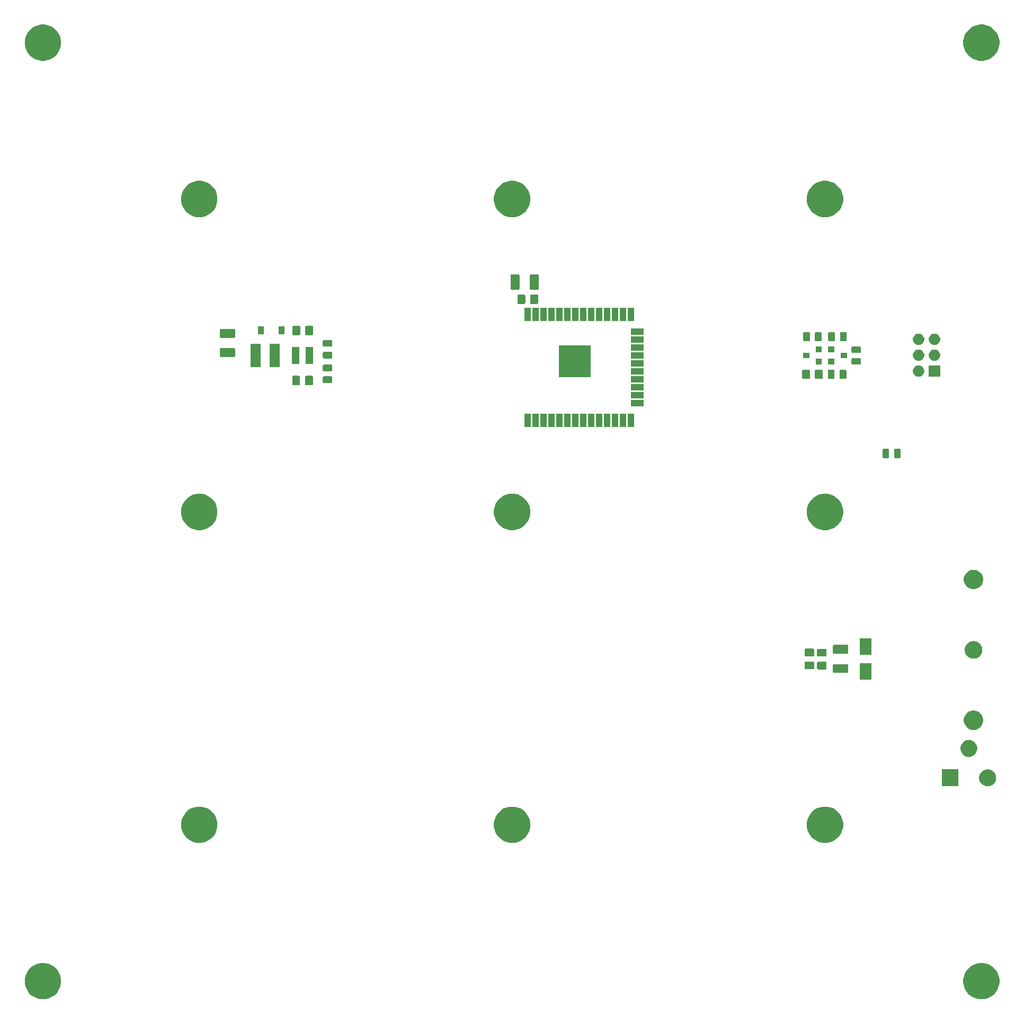
<source format=gbr>
G04 #@! TF.GenerationSoftware,KiCad,Pcbnew,5.1.5*
G04 #@! TF.CreationDate,2020-03-07T10:52:19+01:00*
G04 #@! TF.ProjectId,e-chessboard,652d6368-6573-4736-926f-6172642e6b69,0.2*
G04 #@! TF.SameCoordinates,Original*
G04 #@! TF.FileFunction,Soldermask,Bot*
G04 #@! TF.FilePolarity,Negative*
%FSLAX46Y46*%
G04 Gerber Fmt 4.6, Leading zero omitted, Abs format (unit mm)*
G04 Created by KiCad (PCBNEW 5.1.5) date 2020-03-07 10:52:19*
%MOMM*%
%LPD*%
G04 APERTURE LIST*
%ADD10C,0.100000*%
G04 APERTURE END LIST*
D10*
G36*
X210846189Y-207210483D02*
G01*
X210846192Y-207210484D01*
X210846191Y-207210484D01*
X211374139Y-207429167D01*
X211849280Y-207746646D01*
X212253354Y-208150720D01*
X212570833Y-208625861D01*
X212570834Y-208625863D01*
X212789517Y-209153811D01*
X212901000Y-209714275D01*
X212901000Y-210285725D01*
X212789517Y-210846189D01*
X212789516Y-210846191D01*
X212570833Y-211374139D01*
X212253354Y-211849280D01*
X211849280Y-212253354D01*
X211374139Y-212570833D01*
X211374138Y-212570834D01*
X211374137Y-212570834D01*
X210846189Y-212789517D01*
X210285725Y-212901000D01*
X209714275Y-212901000D01*
X209153811Y-212789517D01*
X208625863Y-212570834D01*
X208625862Y-212570834D01*
X208625861Y-212570833D01*
X208150720Y-212253354D01*
X207746646Y-211849280D01*
X207429167Y-211374139D01*
X207210484Y-210846191D01*
X207210483Y-210846189D01*
X207099000Y-210285725D01*
X207099000Y-209714275D01*
X207210483Y-209153811D01*
X207429166Y-208625863D01*
X207429167Y-208625861D01*
X207746646Y-208150720D01*
X208150720Y-207746646D01*
X208625861Y-207429167D01*
X209153809Y-207210484D01*
X209153808Y-207210484D01*
X209153811Y-207210483D01*
X209714275Y-207099000D01*
X210285725Y-207099000D01*
X210846189Y-207210483D01*
G37*
G36*
X60846189Y-207210483D02*
G01*
X60846192Y-207210484D01*
X60846191Y-207210484D01*
X61374139Y-207429167D01*
X61849280Y-207746646D01*
X62253354Y-208150720D01*
X62570833Y-208625861D01*
X62570834Y-208625863D01*
X62789517Y-209153811D01*
X62901000Y-209714275D01*
X62901000Y-210285725D01*
X62789517Y-210846189D01*
X62789516Y-210846191D01*
X62570833Y-211374139D01*
X62253354Y-211849280D01*
X61849280Y-212253354D01*
X61374139Y-212570833D01*
X61374138Y-212570834D01*
X61374137Y-212570834D01*
X60846189Y-212789517D01*
X60285725Y-212901000D01*
X59714275Y-212901000D01*
X59153811Y-212789517D01*
X58625863Y-212570834D01*
X58625862Y-212570834D01*
X58625861Y-212570833D01*
X58150720Y-212253354D01*
X57746646Y-211849280D01*
X57429167Y-211374139D01*
X57210484Y-210846191D01*
X57210483Y-210846189D01*
X57099000Y-210285725D01*
X57099000Y-209714275D01*
X57210483Y-209153811D01*
X57429166Y-208625863D01*
X57429167Y-208625861D01*
X57746646Y-208150720D01*
X58150720Y-207746646D01*
X58625861Y-207429167D01*
X59153809Y-207210484D01*
X59153808Y-207210484D01*
X59153811Y-207210483D01*
X59714275Y-207099000D01*
X60285725Y-207099000D01*
X60846189Y-207210483D01*
G37*
G36*
X185846189Y-182210483D02*
G01*
X185846192Y-182210484D01*
X185846191Y-182210484D01*
X186374139Y-182429167D01*
X186849280Y-182746646D01*
X187253354Y-183150720D01*
X187570833Y-183625861D01*
X187570834Y-183625863D01*
X187789517Y-184153811D01*
X187901000Y-184714275D01*
X187901000Y-185285725D01*
X187789517Y-185846189D01*
X187789516Y-185846191D01*
X187570833Y-186374139D01*
X187253354Y-186849280D01*
X186849280Y-187253354D01*
X186374139Y-187570833D01*
X186374138Y-187570834D01*
X186374137Y-187570834D01*
X185846189Y-187789517D01*
X185285725Y-187901000D01*
X184714275Y-187901000D01*
X184153811Y-187789517D01*
X183625863Y-187570834D01*
X183625862Y-187570834D01*
X183625861Y-187570833D01*
X183150720Y-187253354D01*
X182746646Y-186849280D01*
X182429167Y-186374139D01*
X182210484Y-185846191D01*
X182210483Y-185846189D01*
X182099000Y-185285725D01*
X182099000Y-184714275D01*
X182210483Y-184153811D01*
X182429166Y-183625863D01*
X182429167Y-183625861D01*
X182746646Y-183150720D01*
X183150720Y-182746646D01*
X183625861Y-182429167D01*
X184153809Y-182210484D01*
X184153808Y-182210484D01*
X184153811Y-182210483D01*
X184714275Y-182099000D01*
X185285725Y-182099000D01*
X185846189Y-182210483D01*
G37*
G36*
X135846189Y-182210483D02*
G01*
X135846192Y-182210484D01*
X135846191Y-182210484D01*
X136374139Y-182429167D01*
X136849280Y-182746646D01*
X137253354Y-183150720D01*
X137570833Y-183625861D01*
X137570834Y-183625863D01*
X137789517Y-184153811D01*
X137901000Y-184714275D01*
X137901000Y-185285725D01*
X137789517Y-185846189D01*
X137789516Y-185846191D01*
X137570833Y-186374139D01*
X137253354Y-186849280D01*
X136849280Y-187253354D01*
X136374139Y-187570833D01*
X136374138Y-187570834D01*
X136374137Y-187570834D01*
X135846189Y-187789517D01*
X135285725Y-187901000D01*
X134714275Y-187901000D01*
X134153811Y-187789517D01*
X133625863Y-187570834D01*
X133625862Y-187570834D01*
X133625861Y-187570833D01*
X133150720Y-187253354D01*
X132746646Y-186849280D01*
X132429167Y-186374139D01*
X132210484Y-185846191D01*
X132210483Y-185846189D01*
X132099000Y-185285725D01*
X132099000Y-184714275D01*
X132210483Y-184153811D01*
X132429166Y-183625863D01*
X132429167Y-183625861D01*
X132746646Y-183150720D01*
X133150720Y-182746646D01*
X133625861Y-182429167D01*
X134153809Y-182210484D01*
X134153808Y-182210484D01*
X134153811Y-182210483D01*
X134714275Y-182099000D01*
X135285725Y-182099000D01*
X135846189Y-182210483D01*
G37*
G36*
X85846189Y-182210483D02*
G01*
X85846192Y-182210484D01*
X85846191Y-182210484D01*
X86374139Y-182429167D01*
X86849280Y-182746646D01*
X87253354Y-183150720D01*
X87570833Y-183625861D01*
X87570834Y-183625863D01*
X87789517Y-184153811D01*
X87901000Y-184714275D01*
X87901000Y-185285725D01*
X87789517Y-185846189D01*
X87789516Y-185846191D01*
X87570833Y-186374139D01*
X87253354Y-186849280D01*
X86849280Y-187253354D01*
X86374139Y-187570833D01*
X86374138Y-187570834D01*
X86374137Y-187570834D01*
X85846189Y-187789517D01*
X85285725Y-187901000D01*
X84714275Y-187901000D01*
X84153811Y-187789517D01*
X83625863Y-187570834D01*
X83625862Y-187570834D01*
X83625861Y-187570833D01*
X83150720Y-187253354D01*
X82746646Y-186849280D01*
X82429167Y-186374139D01*
X82210484Y-185846191D01*
X82210483Y-185846189D01*
X82099000Y-185285725D01*
X82099000Y-184714275D01*
X82210483Y-184153811D01*
X82429166Y-183625863D01*
X82429167Y-183625861D01*
X82746646Y-183150720D01*
X83150720Y-182746646D01*
X83625861Y-182429167D01*
X84153809Y-182210484D01*
X84153808Y-182210484D01*
X84153811Y-182210483D01*
X84714275Y-182099000D01*
X85285725Y-182099000D01*
X85846189Y-182210483D01*
G37*
G36*
X206351000Y-178851000D02*
G01*
X203649000Y-178851000D01*
X203649000Y-176149000D01*
X206351000Y-176149000D01*
X206351000Y-178851000D01*
G37*
G36*
X211394072Y-176200918D02*
G01*
X211639939Y-176302759D01*
X211861212Y-176450610D01*
X212049390Y-176638788D01*
X212197241Y-176860061D01*
X212299082Y-177105928D01*
X212351000Y-177366938D01*
X212351000Y-177633062D01*
X212299082Y-177894072D01*
X212197241Y-178139939D01*
X212049390Y-178361212D01*
X211861212Y-178549390D01*
X211639939Y-178697241D01*
X211639938Y-178697242D01*
X211639937Y-178697242D01*
X211394072Y-178799082D01*
X211133063Y-178851000D01*
X210866937Y-178851000D01*
X210605928Y-178799082D01*
X210360063Y-178697242D01*
X210360062Y-178697242D01*
X210360061Y-178697241D01*
X210138788Y-178549390D01*
X209950610Y-178361212D01*
X209802759Y-178139939D01*
X209700918Y-177894072D01*
X209649000Y-177633062D01*
X209649000Y-177366938D01*
X209700918Y-177105928D01*
X209802759Y-176860061D01*
X209950610Y-176638788D01*
X210138788Y-176450610D01*
X210360061Y-176302759D01*
X210605928Y-176200918D01*
X210866937Y-176149000D01*
X211133063Y-176149000D01*
X211394072Y-176200918D01*
G37*
G36*
X208394072Y-171500918D02*
G01*
X208639939Y-171602759D01*
X208861212Y-171750610D01*
X209049390Y-171938788D01*
X209197241Y-172160061D01*
X209299082Y-172405928D01*
X209351000Y-172666938D01*
X209351000Y-172933062D01*
X209299082Y-173194072D01*
X209197241Y-173439939D01*
X209049390Y-173661212D01*
X208861212Y-173849390D01*
X208639939Y-173997241D01*
X208639938Y-173997242D01*
X208639937Y-173997242D01*
X208394072Y-174099082D01*
X208133063Y-174151000D01*
X207866937Y-174151000D01*
X207605928Y-174099082D01*
X207360063Y-173997242D01*
X207360062Y-173997242D01*
X207360061Y-173997241D01*
X207138788Y-173849390D01*
X206950610Y-173661212D01*
X206802759Y-173439939D01*
X206700918Y-173194072D01*
X206649000Y-172933062D01*
X206649000Y-172666938D01*
X206700918Y-172405928D01*
X206802759Y-172160061D01*
X206950610Y-171938788D01*
X207138788Y-171750610D01*
X207360061Y-171602759D01*
X207605928Y-171500918D01*
X207866937Y-171449000D01*
X208133063Y-171449000D01*
X208394072Y-171500918D01*
G37*
G36*
X209052585Y-166778802D02*
G01*
X209202410Y-166808604D01*
X209484674Y-166925521D01*
X209738705Y-167095259D01*
X209954741Y-167311295D01*
X210124479Y-167565326D01*
X210241396Y-167847590D01*
X210301000Y-168147240D01*
X210301000Y-168452760D01*
X210241396Y-168752410D01*
X210124479Y-169034674D01*
X209954741Y-169288705D01*
X209738705Y-169504741D01*
X209484674Y-169674479D01*
X209202410Y-169791396D01*
X209052585Y-169821198D01*
X208902761Y-169851000D01*
X208597239Y-169851000D01*
X208447415Y-169821198D01*
X208297590Y-169791396D01*
X208015326Y-169674479D01*
X207761295Y-169504741D01*
X207545259Y-169288705D01*
X207375521Y-169034674D01*
X207258604Y-168752410D01*
X207199000Y-168452760D01*
X207199000Y-168147240D01*
X207258604Y-167847590D01*
X207375521Y-167565326D01*
X207545259Y-167311295D01*
X207761295Y-167095259D01*
X208015326Y-166925521D01*
X208297590Y-166808604D01*
X208447415Y-166778802D01*
X208597239Y-166749000D01*
X208902761Y-166749000D01*
X209052585Y-166778802D01*
G37*
G36*
X192451000Y-161801000D02*
G01*
X190549000Y-161801000D01*
X190549000Y-159199000D01*
X192451000Y-159199000D01*
X192451000Y-161801000D01*
G37*
G36*
X188571811Y-159328271D02*
G01*
X188607603Y-159339129D01*
X188640595Y-159356763D01*
X188669508Y-159380492D01*
X188693237Y-159409405D01*
X188710871Y-159442397D01*
X188721729Y-159478189D01*
X188726000Y-159521555D01*
X188726000Y-160553445D01*
X188721729Y-160596811D01*
X188710871Y-160632603D01*
X188693237Y-160665595D01*
X188669508Y-160694508D01*
X188640595Y-160718237D01*
X188607603Y-160735871D01*
X188571811Y-160746729D01*
X188528445Y-160751000D01*
X186471555Y-160751000D01*
X186428189Y-160746729D01*
X186392397Y-160735871D01*
X186359405Y-160718237D01*
X186330492Y-160694508D01*
X186306763Y-160665595D01*
X186289129Y-160632603D01*
X186278271Y-160596811D01*
X186274000Y-160553445D01*
X186274000Y-159521555D01*
X186278271Y-159478189D01*
X186289129Y-159442397D01*
X186306763Y-159409405D01*
X186330492Y-159380492D01*
X186359405Y-159356763D01*
X186392397Y-159339129D01*
X186428189Y-159328271D01*
X186471555Y-159324000D01*
X188528445Y-159324000D01*
X188571811Y-159328271D01*
G37*
G36*
X185088674Y-158928465D02*
G01*
X185126367Y-158939899D01*
X185161103Y-158958466D01*
X185191548Y-158983452D01*
X185216534Y-159013897D01*
X185235101Y-159048633D01*
X185246535Y-159086326D01*
X185251000Y-159131661D01*
X185251000Y-159968339D01*
X185246535Y-160013674D01*
X185235101Y-160051367D01*
X185216534Y-160086103D01*
X185191548Y-160116548D01*
X185161103Y-160141534D01*
X185126367Y-160160101D01*
X185088674Y-160171535D01*
X185043339Y-160176000D01*
X183956661Y-160176000D01*
X183911326Y-160171535D01*
X183873633Y-160160101D01*
X183838897Y-160141534D01*
X183808452Y-160116548D01*
X183783466Y-160086103D01*
X183764899Y-160051367D01*
X183753465Y-160013674D01*
X183749000Y-159968339D01*
X183749000Y-159131661D01*
X183753465Y-159086326D01*
X183764899Y-159048633D01*
X183783466Y-159013897D01*
X183808452Y-158983452D01*
X183838897Y-158958466D01*
X183873633Y-158939899D01*
X183911326Y-158928465D01*
X183956661Y-158924000D01*
X185043339Y-158924000D01*
X185088674Y-158928465D01*
G37*
G36*
X183088674Y-158903465D02*
G01*
X183126367Y-158914899D01*
X183161103Y-158933466D01*
X183191548Y-158958452D01*
X183216534Y-158988897D01*
X183235101Y-159023633D01*
X183246535Y-159061326D01*
X183251000Y-159106661D01*
X183251000Y-159943339D01*
X183246535Y-159988674D01*
X183235101Y-160026367D01*
X183216534Y-160061103D01*
X183191548Y-160091548D01*
X183161103Y-160116534D01*
X183126367Y-160135101D01*
X183088674Y-160146535D01*
X183043339Y-160151000D01*
X181956661Y-160151000D01*
X181911326Y-160146535D01*
X181873633Y-160135101D01*
X181838897Y-160116534D01*
X181808452Y-160091548D01*
X181783466Y-160061103D01*
X181764899Y-160026367D01*
X181753465Y-159988674D01*
X181749000Y-159943339D01*
X181749000Y-159106661D01*
X181753465Y-159061326D01*
X181764899Y-159023633D01*
X181783466Y-158988897D01*
X181808452Y-158958452D01*
X181838897Y-158933466D01*
X181873633Y-158914899D01*
X181911326Y-158903465D01*
X181956661Y-158899000D01*
X183043339Y-158899000D01*
X183088674Y-158903465D01*
G37*
G36*
X209068433Y-155684893D02*
G01*
X209158657Y-155702839D01*
X209264267Y-155746585D01*
X209413621Y-155808449D01*
X209413622Y-155808450D01*
X209643086Y-155961772D01*
X209838228Y-156156914D01*
X209902611Y-156253271D01*
X209991551Y-156386379D01*
X210097161Y-156641344D01*
X210150295Y-156908466D01*
X210151000Y-156912014D01*
X210151000Y-157187986D01*
X210097161Y-157458657D01*
X210088964Y-157478445D01*
X209991551Y-157713621D01*
X209991550Y-157713622D01*
X209838228Y-157943086D01*
X209643086Y-158138228D01*
X209489763Y-158240675D01*
X209413621Y-158291551D01*
X209264267Y-158353415D01*
X209158657Y-158397161D01*
X209068433Y-158415107D01*
X208887988Y-158451000D01*
X208612012Y-158451000D01*
X208431567Y-158415107D01*
X208341343Y-158397161D01*
X208235733Y-158353415D01*
X208086379Y-158291551D01*
X208010237Y-158240675D01*
X207856914Y-158138228D01*
X207661772Y-157943086D01*
X207508450Y-157713622D01*
X207508449Y-157713621D01*
X207411036Y-157478445D01*
X207402839Y-157458657D01*
X207349000Y-157187986D01*
X207349000Y-156912014D01*
X207349706Y-156908466D01*
X207402839Y-156641344D01*
X207508449Y-156386379D01*
X207597389Y-156253271D01*
X207661772Y-156156914D01*
X207856914Y-155961772D01*
X208086378Y-155808450D01*
X208086379Y-155808449D01*
X208235733Y-155746585D01*
X208341343Y-155702839D01*
X208431567Y-155684893D01*
X208612012Y-155649000D01*
X208887988Y-155649000D01*
X209068433Y-155684893D01*
G37*
G36*
X185088674Y-156878465D02*
G01*
X185126367Y-156889899D01*
X185161103Y-156908466D01*
X185191548Y-156933452D01*
X185216534Y-156963897D01*
X185235101Y-156998633D01*
X185246535Y-157036326D01*
X185251000Y-157081661D01*
X185251000Y-157918339D01*
X185246535Y-157963674D01*
X185235101Y-158001367D01*
X185216534Y-158036103D01*
X185191548Y-158066548D01*
X185161103Y-158091534D01*
X185126367Y-158110101D01*
X185088674Y-158121535D01*
X185043339Y-158126000D01*
X183956661Y-158126000D01*
X183911326Y-158121535D01*
X183873633Y-158110101D01*
X183838897Y-158091534D01*
X183808452Y-158066548D01*
X183783466Y-158036103D01*
X183764899Y-158001367D01*
X183753465Y-157963674D01*
X183749000Y-157918339D01*
X183749000Y-157081661D01*
X183753465Y-157036326D01*
X183764899Y-156998633D01*
X183783466Y-156963897D01*
X183808452Y-156933452D01*
X183838897Y-156908466D01*
X183873633Y-156889899D01*
X183911326Y-156878465D01*
X183956661Y-156874000D01*
X185043339Y-156874000D01*
X185088674Y-156878465D01*
G37*
G36*
X183088674Y-156853465D02*
G01*
X183126367Y-156864899D01*
X183161103Y-156883466D01*
X183191548Y-156908452D01*
X183216534Y-156938897D01*
X183235101Y-156973633D01*
X183246535Y-157011326D01*
X183251000Y-157056661D01*
X183251000Y-157893339D01*
X183246535Y-157938674D01*
X183235101Y-157976367D01*
X183216534Y-158011103D01*
X183191548Y-158041548D01*
X183161103Y-158066534D01*
X183126367Y-158085101D01*
X183088674Y-158096535D01*
X183043339Y-158101000D01*
X181956661Y-158101000D01*
X181911326Y-158096535D01*
X181873633Y-158085101D01*
X181838897Y-158066534D01*
X181808452Y-158041548D01*
X181783466Y-158011103D01*
X181764899Y-157976367D01*
X181753465Y-157938674D01*
X181749000Y-157893339D01*
X181749000Y-157056661D01*
X181753465Y-157011326D01*
X181764899Y-156973633D01*
X181783466Y-156938897D01*
X181808452Y-156908452D01*
X181838897Y-156883466D01*
X181873633Y-156864899D01*
X181911326Y-156853465D01*
X181956661Y-156849000D01*
X183043339Y-156849000D01*
X183088674Y-156853465D01*
G37*
G36*
X192451000Y-157801000D02*
G01*
X190549000Y-157801000D01*
X190549000Y-155199000D01*
X192451000Y-155199000D01*
X192451000Y-157801000D01*
G37*
G36*
X188571811Y-156253271D02*
G01*
X188607603Y-156264129D01*
X188640595Y-156281763D01*
X188669508Y-156305492D01*
X188693237Y-156334405D01*
X188710871Y-156367397D01*
X188721729Y-156403189D01*
X188726000Y-156446555D01*
X188726000Y-157478445D01*
X188721729Y-157521811D01*
X188710871Y-157557603D01*
X188693237Y-157590595D01*
X188669508Y-157619508D01*
X188640595Y-157643237D01*
X188607603Y-157660871D01*
X188571811Y-157671729D01*
X188528445Y-157676000D01*
X186471555Y-157676000D01*
X186428189Y-157671729D01*
X186392397Y-157660871D01*
X186359405Y-157643237D01*
X186330492Y-157619508D01*
X186306763Y-157590595D01*
X186289129Y-157557603D01*
X186278271Y-157521811D01*
X186274000Y-157478445D01*
X186274000Y-156446555D01*
X186278271Y-156403189D01*
X186289129Y-156367397D01*
X186306763Y-156334405D01*
X186330492Y-156305492D01*
X186359405Y-156281763D01*
X186392397Y-156264129D01*
X186428189Y-156253271D01*
X186471555Y-156249000D01*
X188528445Y-156249000D01*
X188571811Y-156253271D01*
G37*
G36*
X209052585Y-144278802D02*
G01*
X209202410Y-144308604D01*
X209484674Y-144425521D01*
X209738705Y-144595259D01*
X209954741Y-144811295D01*
X210124479Y-145065326D01*
X210241396Y-145347590D01*
X210301000Y-145647240D01*
X210301000Y-145952760D01*
X210241396Y-146252410D01*
X210124479Y-146534674D01*
X209954741Y-146788705D01*
X209738705Y-147004741D01*
X209484674Y-147174479D01*
X209202410Y-147291396D01*
X209052585Y-147321198D01*
X208902761Y-147351000D01*
X208597239Y-147351000D01*
X208447415Y-147321198D01*
X208297590Y-147291396D01*
X208015326Y-147174479D01*
X207761295Y-147004741D01*
X207545259Y-146788705D01*
X207375521Y-146534674D01*
X207258604Y-146252410D01*
X207199000Y-145952760D01*
X207199000Y-145647240D01*
X207258604Y-145347590D01*
X207375521Y-145065326D01*
X207545259Y-144811295D01*
X207761295Y-144595259D01*
X208015326Y-144425521D01*
X208297590Y-144308604D01*
X208447415Y-144278802D01*
X208597239Y-144249000D01*
X208902761Y-144249000D01*
X209052585Y-144278802D01*
G37*
G36*
X85846189Y-132210483D02*
G01*
X85846192Y-132210484D01*
X85846191Y-132210484D01*
X86374139Y-132429167D01*
X86849280Y-132746646D01*
X87253354Y-133150720D01*
X87570833Y-133625861D01*
X87570834Y-133625863D01*
X87789517Y-134153811D01*
X87901000Y-134714275D01*
X87901000Y-135285725D01*
X87789517Y-135846189D01*
X87789516Y-135846191D01*
X87570833Y-136374139D01*
X87253354Y-136849280D01*
X86849280Y-137253354D01*
X86374139Y-137570833D01*
X86374138Y-137570834D01*
X86374137Y-137570834D01*
X85846189Y-137789517D01*
X85285725Y-137901000D01*
X84714275Y-137901000D01*
X84153811Y-137789517D01*
X83625863Y-137570834D01*
X83625862Y-137570834D01*
X83625861Y-137570833D01*
X83150720Y-137253354D01*
X82746646Y-136849280D01*
X82429167Y-136374139D01*
X82210484Y-135846191D01*
X82210483Y-135846189D01*
X82099000Y-135285725D01*
X82099000Y-134714275D01*
X82210483Y-134153811D01*
X82429166Y-133625863D01*
X82429167Y-133625861D01*
X82746646Y-133150720D01*
X83150720Y-132746646D01*
X83625861Y-132429167D01*
X84153809Y-132210484D01*
X84153808Y-132210484D01*
X84153811Y-132210483D01*
X84714275Y-132099000D01*
X85285725Y-132099000D01*
X85846189Y-132210483D01*
G37*
G36*
X135846189Y-132210483D02*
G01*
X135846192Y-132210484D01*
X135846191Y-132210484D01*
X136374139Y-132429167D01*
X136849280Y-132746646D01*
X137253354Y-133150720D01*
X137570833Y-133625861D01*
X137570834Y-133625863D01*
X137789517Y-134153811D01*
X137901000Y-134714275D01*
X137901000Y-135285725D01*
X137789517Y-135846189D01*
X137789516Y-135846191D01*
X137570833Y-136374139D01*
X137253354Y-136849280D01*
X136849280Y-137253354D01*
X136374139Y-137570833D01*
X136374138Y-137570834D01*
X136374137Y-137570834D01*
X135846189Y-137789517D01*
X135285725Y-137901000D01*
X134714275Y-137901000D01*
X134153811Y-137789517D01*
X133625863Y-137570834D01*
X133625862Y-137570834D01*
X133625861Y-137570833D01*
X133150720Y-137253354D01*
X132746646Y-136849280D01*
X132429167Y-136374139D01*
X132210484Y-135846191D01*
X132210483Y-135846189D01*
X132099000Y-135285725D01*
X132099000Y-134714275D01*
X132210483Y-134153811D01*
X132429166Y-133625863D01*
X132429167Y-133625861D01*
X132746646Y-133150720D01*
X133150720Y-132746646D01*
X133625861Y-132429167D01*
X134153809Y-132210484D01*
X134153808Y-132210484D01*
X134153811Y-132210483D01*
X134714275Y-132099000D01*
X135285725Y-132099000D01*
X135846189Y-132210483D01*
G37*
G36*
X185846189Y-132210483D02*
G01*
X185846192Y-132210484D01*
X185846191Y-132210484D01*
X186374139Y-132429167D01*
X186849280Y-132746646D01*
X187253354Y-133150720D01*
X187570833Y-133625861D01*
X187570834Y-133625863D01*
X187789517Y-134153811D01*
X187901000Y-134714275D01*
X187901000Y-135285725D01*
X187789517Y-135846189D01*
X187789516Y-135846191D01*
X187570833Y-136374139D01*
X187253354Y-136849280D01*
X186849280Y-137253354D01*
X186374139Y-137570833D01*
X186374138Y-137570834D01*
X186374137Y-137570834D01*
X185846189Y-137789517D01*
X185285725Y-137901000D01*
X184714275Y-137901000D01*
X184153811Y-137789517D01*
X183625863Y-137570834D01*
X183625862Y-137570834D01*
X183625861Y-137570833D01*
X183150720Y-137253354D01*
X182746646Y-136849280D01*
X182429167Y-136374139D01*
X182210484Y-135846191D01*
X182210483Y-135846189D01*
X182099000Y-135285725D01*
X182099000Y-134714275D01*
X182210483Y-134153811D01*
X182429166Y-133625863D01*
X182429167Y-133625861D01*
X182746646Y-133150720D01*
X183150720Y-132746646D01*
X183625861Y-132429167D01*
X184153809Y-132210484D01*
X184153808Y-132210484D01*
X184153811Y-132210483D01*
X184714275Y-132099000D01*
X185285725Y-132099000D01*
X185846189Y-132210483D01*
G37*
G36*
X196959468Y-124903565D02*
G01*
X196998138Y-124915296D01*
X197033777Y-124934346D01*
X197065017Y-124959983D01*
X197090654Y-124991223D01*
X197109704Y-125026862D01*
X197121435Y-125065532D01*
X197126000Y-125111888D01*
X197126000Y-126188112D01*
X197121435Y-126234468D01*
X197109704Y-126273138D01*
X197090654Y-126308777D01*
X197065017Y-126340017D01*
X197033777Y-126365654D01*
X196998138Y-126384704D01*
X196959468Y-126396435D01*
X196913112Y-126401000D01*
X196261888Y-126401000D01*
X196215532Y-126396435D01*
X196176862Y-126384704D01*
X196141223Y-126365654D01*
X196109983Y-126340017D01*
X196084346Y-126308777D01*
X196065296Y-126273138D01*
X196053565Y-126234468D01*
X196049000Y-126188112D01*
X196049000Y-125111888D01*
X196053565Y-125065532D01*
X196065296Y-125026862D01*
X196084346Y-124991223D01*
X196109983Y-124959983D01*
X196141223Y-124934346D01*
X196176862Y-124915296D01*
X196215532Y-124903565D01*
X196261888Y-124899000D01*
X196913112Y-124899000D01*
X196959468Y-124903565D01*
G37*
G36*
X195084468Y-124903565D02*
G01*
X195123138Y-124915296D01*
X195158777Y-124934346D01*
X195190017Y-124959983D01*
X195215654Y-124991223D01*
X195234704Y-125026862D01*
X195246435Y-125065532D01*
X195251000Y-125111888D01*
X195251000Y-126188112D01*
X195246435Y-126234468D01*
X195234704Y-126273138D01*
X195215654Y-126308777D01*
X195190017Y-126340017D01*
X195158777Y-126365654D01*
X195123138Y-126384704D01*
X195084468Y-126396435D01*
X195038112Y-126401000D01*
X194386888Y-126401000D01*
X194340532Y-126396435D01*
X194301862Y-126384704D01*
X194266223Y-126365654D01*
X194234983Y-126340017D01*
X194209346Y-126308777D01*
X194190296Y-126273138D01*
X194178565Y-126234468D01*
X194174000Y-126188112D01*
X194174000Y-125111888D01*
X194178565Y-125065532D01*
X194190296Y-125026862D01*
X194209346Y-124991223D01*
X194234983Y-124959983D01*
X194266223Y-124934346D01*
X194301862Y-124915296D01*
X194340532Y-124903565D01*
X194386888Y-124899000D01*
X195038112Y-124899000D01*
X195084468Y-124903565D01*
G37*
G36*
X148161000Y-121456000D02*
G01*
X147159000Y-121456000D01*
X147159000Y-119354000D01*
X148161000Y-119354000D01*
X148161000Y-121456000D01*
G37*
G36*
X145621000Y-121456000D02*
G01*
X144619000Y-121456000D01*
X144619000Y-119354000D01*
X145621000Y-119354000D01*
X145621000Y-121456000D01*
G37*
G36*
X144351000Y-121456000D02*
G01*
X143349000Y-121456000D01*
X143349000Y-119354000D01*
X144351000Y-119354000D01*
X144351000Y-121456000D01*
G37*
G36*
X143081000Y-121456000D02*
G01*
X142079000Y-121456000D01*
X142079000Y-119354000D01*
X143081000Y-119354000D01*
X143081000Y-121456000D01*
G37*
G36*
X151971000Y-121456000D02*
G01*
X150969000Y-121456000D01*
X150969000Y-119354000D01*
X151971000Y-119354000D01*
X151971000Y-121456000D01*
G37*
G36*
X140541000Y-121456000D02*
G01*
X139539000Y-121456000D01*
X139539000Y-119354000D01*
X140541000Y-119354000D01*
X140541000Y-121456000D01*
G37*
G36*
X139271000Y-121456000D02*
G01*
X138269000Y-121456000D01*
X138269000Y-119354000D01*
X139271000Y-119354000D01*
X139271000Y-121456000D01*
G37*
G36*
X154511000Y-121456000D02*
G01*
X153509000Y-121456000D01*
X153509000Y-119354000D01*
X154511000Y-119354000D01*
X154511000Y-121456000D01*
G37*
G36*
X153241000Y-121456000D02*
G01*
X152239000Y-121456000D01*
X152239000Y-119354000D01*
X153241000Y-119354000D01*
X153241000Y-121456000D01*
G37*
G36*
X146891000Y-121456000D02*
G01*
X145889000Y-121456000D01*
X145889000Y-119354000D01*
X146891000Y-119354000D01*
X146891000Y-121456000D01*
G37*
G36*
X150701000Y-121456000D02*
G01*
X149699000Y-121456000D01*
X149699000Y-119354000D01*
X150701000Y-119354000D01*
X150701000Y-121456000D01*
G37*
G36*
X149431000Y-121456000D02*
G01*
X148429000Y-121456000D01*
X148429000Y-119354000D01*
X149431000Y-119354000D01*
X149431000Y-121456000D01*
G37*
G36*
X141811000Y-121456000D02*
G01*
X140809000Y-121456000D01*
X140809000Y-119354000D01*
X141811000Y-119354000D01*
X141811000Y-121456000D01*
G37*
G36*
X138001000Y-121456000D02*
G01*
X136999000Y-121456000D01*
X136999000Y-119354000D01*
X138001000Y-119354000D01*
X138001000Y-121456000D01*
G37*
G36*
X156061000Y-118121000D02*
G01*
X153959000Y-118121000D01*
X153959000Y-117119000D01*
X156061000Y-117119000D01*
X156061000Y-118121000D01*
G37*
G36*
X156061000Y-116851000D02*
G01*
X153959000Y-116851000D01*
X153959000Y-115849000D01*
X156061000Y-115849000D01*
X156061000Y-116851000D01*
G37*
G36*
X156061000Y-115581000D02*
G01*
X153959000Y-115581000D01*
X153959000Y-114579000D01*
X156061000Y-114579000D01*
X156061000Y-115581000D01*
G37*
G36*
X102988674Y-113253465D02*
G01*
X103026367Y-113264899D01*
X103061103Y-113283466D01*
X103091548Y-113308452D01*
X103116534Y-113338897D01*
X103135101Y-113373633D01*
X103146535Y-113411326D01*
X103151000Y-113456661D01*
X103151000Y-114543339D01*
X103146535Y-114588674D01*
X103135101Y-114626367D01*
X103116534Y-114661103D01*
X103091548Y-114691548D01*
X103061103Y-114716534D01*
X103026367Y-114735101D01*
X102988674Y-114746535D01*
X102943339Y-114751000D01*
X102106661Y-114751000D01*
X102061326Y-114746535D01*
X102023633Y-114735101D01*
X101988897Y-114716534D01*
X101958452Y-114691548D01*
X101933466Y-114661103D01*
X101914899Y-114626367D01*
X101903465Y-114588674D01*
X101899000Y-114543339D01*
X101899000Y-113456661D01*
X101903465Y-113411326D01*
X101914899Y-113373633D01*
X101933466Y-113338897D01*
X101958452Y-113308452D01*
X101988897Y-113283466D01*
X102023633Y-113264899D01*
X102061326Y-113253465D01*
X102106661Y-113249000D01*
X102943339Y-113249000D01*
X102988674Y-113253465D01*
G37*
G36*
X100938674Y-113253465D02*
G01*
X100976367Y-113264899D01*
X101011103Y-113283466D01*
X101041548Y-113308452D01*
X101066534Y-113338897D01*
X101085101Y-113373633D01*
X101096535Y-113411326D01*
X101101000Y-113456661D01*
X101101000Y-114543339D01*
X101096535Y-114588674D01*
X101085101Y-114626367D01*
X101066534Y-114661103D01*
X101041548Y-114691548D01*
X101011103Y-114716534D01*
X100976367Y-114735101D01*
X100938674Y-114746535D01*
X100893339Y-114751000D01*
X100056661Y-114751000D01*
X100011326Y-114746535D01*
X99973633Y-114735101D01*
X99938897Y-114716534D01*
X99908452Y-114691548D01*
X99883466Y-114661103D01*
X99864899Y-114626367D01*
X99853465Y-114588674D01*
X99849000Y-114543339D01*
X99849000Y-113456661D01*
X99853465Y-113411326D01*
X99864899Y-113373633D01*
X99883466Y-113338897D01*
X99908452Y-113308452D01*
X99938897Y-113283466D01*
X99973633Y-113264899D01*
X100011326Y-113253465D01*
X100056661Y-113249000D01*
X100893339Y-113249000D01*
X100938674Y-113253465D01*
G37*
G36*
X106084468Y-113341065D02*
G01*
X106123138Y-113352796D01*
X106158777Y-113371846D01*
X106190017Y-113397483D01*
X106215654Y-113428723D01*
X106234704Y-113464362D01*
X106246435Y-113503032D01*
X106251000Y-113549388D01*
X106251000Y-114200612D01*
X106246435Y-114246968D01*
X106234704Y-114285638D01*
X106215654Y-114321277D01*
X106190017Y-114352517D01*
X106158777Y-114378154D01*
X106123138Y-114397204D01*
X106084468Y-114408935D01*
X106038112Y-114413500D01*
X104961888Y-114413500D01*
X104915532Y-114408935D01*
X104876862Y-114397204D01*
X104841223Y-114378154D01*
X104809983Y-114352517D01*
X104784346Y-114321277D01*
X104765296Y-114285638D01*
X104753565Y-114246968D01*
X104749000Y-114200612D01*
X104749000Y-113549388D01*
X104753565Y-113503032D01*
X104765296Y-113464362D01*
X104784346Y-113428723D01*
X104809983Y-113397483D01*
X104841223Y-113371846D01*
X104876862Y-113352796D01*
X104915532Y-113341065D01*
X104961888Y-113336500D01*
X106038112Y-113336500D01*
X106084468Y-113341065D01*
G37*
G36*
X156061000Y-114311000D02*
G01*
X153959000Y-114311000D01*
X153959000Y-113309000D01*
X156061000Y-113309000D01*
X156061000Y-114311000D01*
G37*
G36*
X186371968Y-112253565D02*
G01*
X186410638Y-112265296D01*
X186446277Y-112284346D01*
X186477517Y-112309983D01*
X186503154Y-112341223D01*
X186522204Y-112376862D01*
X186533935Y-112415532D01*
X186538500Y-112461888D01*
X186538500Y-113538112D01*
X186533935Y-113584468D01*
X186522204Y-113623138D01*
X186503154Y-113658777D01*
X186477517Y-113690017D01*
X186446277Y-113715654D01*
X186410638Y-113734704D01*
X186371968Y-113746435D01*
X186325612Y-113751000D01*
X185674388Y-113751000D01*
X185628032Y-113746435D01*
X185589362Y-113734704D01*
X185553723Y-113715654D01*
X185522483Y-113690017D01*
X185496846Y-113658777D01*
X185477796Y-113623138D01*
X185466065Y-113584468D01*
X185461500Y-113538112D01*
X185461500Y-112461888D01*
X185466065Y-112415532D01*
X185477796Y-112376862D01*
X185496846Y-112341223D01*
X185522483Y-112309983D01*
X185553723Y-112284346D01*
X185589362Y-112265296D01*
X185628032Y-112253565D01*
X185674388Y-112249000D01*
X186325612Y-112249000D01*
X186371968Y-112253565D01*
G37*
G36*
X184488674Y-112253465D02*
G01*
X184526367Y-112264899D01*
X184561103Y-112283466D01*
X184591548Y-112308452D01*
X184616534Y-112338897D01*
X184635101Y-112373633D01*
X184646535Y-112411326D01*
X184651000Y-112456661D01*
X184651000Y-113543339D01*
X184646535Y-113588674D01*
X184635101Y-113626367D01*
X184616534Y-113661103D01*
X184591548Y-113691548D01*
X184561103Y-113716534D01*
X184526367Y-113735101D01*
X184488674Y-113746535D01*
X184443339Y-113751000D01*
X183606661Y-113751000D01*
X183561326Y-113746535D01*
X183523633Y-113735101D01*
X183488897Y-113716534D01*
X183458452Y-113691548D01*
X183433466Y-113661103D01*
X183414899Y-113626367D01*
X183403465Y-113588674D01*
X183399000Y-113543339D01*
X183399000Y-112456661D01*
X183403465Y-112411326D01*
X183414899Y-112373633D01*
X183433466Y-112338897D01*
X183458452Y-112308452D01*
X183488897Y-112283466D01*
X183523633Y-112264899D01*
X183561326Y-112253465D01*
X183606661Y-112249000D01*
X184443339Y-112249000D01*
X184488674Y-112253465D01*
G37*
G36*
X188246968Y-112253565D02*
G01*
X188285638Y-112265296D01*
X188321277Y-112284346D01*
X188352517Y-112309983D01*
X188378154Y-112341223D01*
X188397204Y-112376862D01*
X188408935Y-112415532D01*
X188413500Y-112461888D01*
X188413500Y-113538112D01*
X188408935Y-113584468D01*
X188397204Y-113623138D01*
X188378154Y-113658777D01*
X188352517Y-113690017D01*
X188321277Y-113715654D01*
X188285638Y-113734704D01*
X188246968Y-113746435D01*
X188200612Y-113751000D01*
X187549388Y-113751000D01*
X187503032Y-113746435D01*
X187464362Y-113734704D01*
X187428723Y-113715654D01*
X187397483Y-113690017D01*
X187371846Y-113658777D01*
X187352796Y-113623138D01*
X187341065Y-113584468D01*
X187336500Y-113538112D01*
X187336500Y-112461888D01*
X187341065Y-112415532D01*
X187352796Y-112376862D01*
X187371846Y-112341223D01*
X187397483Y-112309983D01*
X187428723Y-112284346D01*
X187464362Y-112265296D01*
X187503032Y-112253565D01*
X187549388Y-112249000D01*
X188200612Y-112249000D01*
X188246968Y-112253565D01*
G37*
G36*
X182438674Y-112253465D02*
G01*
X182476367Y-112264899D01*
X182511103Y-112283466D01*
X182541548Y-112308452D01*
X182566534Y-112338897D01*
X182585101Y-112373633D01*
X182596535Y-112411326D01*
X182601000Y-112456661D01*
X182601000Y-113543339D01*
X182596535Y-113588674D01*
X182585101Y-113626367D01*
X182566534Y-113661103D01*
X182541548Y-113691548D01*
X182511103Y-113716534D01*
X182476367Y-113735101D01*
X182438674Y-113746535D01*
X182393339Y-113751000D01*
X181556661Y-113751000D01*
X181511326Y-113746535D01*
X181473633Y-113735101D01*
X181438897Y-113716534D01*
X181408452Y-113691548D01*
X181383466Y-113661103D01*
X181364899Y-113626367D01*
X181353465Y-113588674D01*
X181349000Y-113543339D01*
X181349000Y-112456661D01*
X181353465Y-112411326D01*
X181364899Y-112373633D01*
X181383466Y-112338897D01*
X181408452Y-112308452D01*
X181438897Y-112283466D01*
X181473633Y-112264899D01*
X181511326Y-112253465D01*
X181556661Y-112249000D01*
X182393339Y-112249000D01*
X182438674Y-112253465D01*
G37*
G36*
X147551000Y-113456000D02*
G01*
X142449000Y-113456000D01*
X142449000Y-108354000D01*
X147551000Y-108354000D01*
X147551000Y-113456000D01*
G37*
G36*
X200073512Y-111603927D02*
G01*
X200222812Y-111633624D01*
X200386784Y-111701544D01*
X200534354Y-111800147D01*
X200659853Y-111925646D01*
X200758456Y-112073216D01*
X200826376Y-112237188D01*
X200847069Y-112341223D01*
X200860877Y-112410638D01*
X200861000Y-112411259D01*
X200861000Y-112588741D01*
X200826376Y-112762812D01*
X200758456Y-112926784D01*
X200659853Y-113074354D01*
X200534354Y-113199853D01*
X200386784Y-113298456D01*
X200222812Y-113366376D01*
X200073512Y-113396073D01*
X200048742Y-113401000D01*
X199871258Y-113401000D01*
X199846488Y-113396073D01*
X199697188Y-113366376D01*
X199533216Y-113298456D01*
X199385646Y-113199853D01*
X199260147Y-113074354D01*
X199161544Y-112926784D01*
X199093624Y-112762812D01*
X199059000Y-112588741D01*
X199059000Y-112411259D01*
X199059124Y-112410638D01*
X199072931Y-112341223D01*
X199093624Y-112237188D01*
X199161544Y-112073216D01*
X199260147Y-111925646D01*
X199385646Y-111800147D01*
X199533216Y-111701544D01*
X199697188Y-111633624D01*
X199846488Y-111603927D01*
X199871258Y-111599000D01*
X200048742Y-111599000D01*
X200073512Y-111603927D01*
G37*
G36*
X203401000Y-113401000D02*
G01*
X201599000Y-113401000D01*
X201599000Y-111599000D01*
X203401000Y-111599000D01*
X203401000Y-113401000D01*
G37*
G36*
X156061000Y-113041000D02*
G01*
X153959000Y-113041000D01*
X153959000Y-112039000D01*
X156061000Y-112039000D01*
X156061000Y-113041000D01*
G37*
G36*
X106084468Y-111466065D02*
G01*
X106123138Y-111477796D01*
X106158777Y-111496846D01*
X106190017Y-111522483D01*
X106215654Y-111553723D01*
X106234704Y-111589362D01*
X106246435Y-111628032D01*
X106251000Y-111674388D01*
X106251000Y-112325612D01*
X106246435Y-112371968D01*
X106234704Y-112410638D01*
X106215654Y-112446277D01*
X106190017Y-112477517D01*
X106158777Y-112503154D01*
X106123138Y-112522204D01*
X106084468Y-112533935D01*
X106038112Y-112538500D01*
X104961888Y-112538500D01*
X104915532Y-112533935D01*
X104876862Y-112522204D01*
X104841223Y-112503154D01*
X104809983Y-112477517D01*
X104784346Y-112446277D01*
X104765296Y-112410638D01*
X104753565Y-112371968D01*
X104749000Y-112325612D01*
X104749000Y-111674388D01*
X104753565Y-111628032D01*
X104765296Y-111589362D01*
X104784346Y-111553723D01*
X104809983Y-111522483D01*
X104841223Y-111496846D01*
X104876862Y-111477796D01*
X104915532Y-111466065D01*
X104961888Y-111461500D01*
X106038112Y-111461500D01*
X106084468Y-111466065D01*
G37*
G36*
X97826000Y-111851000D02*
G01*
X96224000Y-111851000D01*
X96224000Y-108149000D01*
X97826000Y-108149000D01*
X97826000Y-111851000D01*
G37*
G36*
X94776000Y-111851000D02*
G01*
X93174000Y-111851000D01*
X93174000Y-108149000D01*
X94776000Y-108149000D01*
X94776000Y-111851000D01*
G37*
G36*
X156061000Y-111771000D02*
G01*
X153959000Y-111771000D01*
X153959000Y-110769000D01*
X156061000Y-110769000D01*
X156061000Y-111771000D01*
G37*
G36*
X190584468Y-110403565D02*
G01*
X190623138Y-110415296D01*
X190658777Y-110434346D01*
X190690017Y-110459983D01*
X190715654Y-110491223D01*
X190734704Y-110526862D01*
X190746435Y-110565532D01*
X190751000Y-110611888D01*
X190751000Y-111263112D01*
X190746435Y-111309468D01*
X190734704Y-111348138D01*
X190715654Y-111383777D01*
X190690017Y-111415017D01*
X190658777Y-111440654D01*
X190623138Y-111459704D01*
X190584468Y-111471435D01*
X190538112Y-111476000D01*
X189461888Y-111476000D01*
X189415532Y-111471435D01*
X189376862Y-111459704D01*
X189341223Y-111440654D01*
X189309983Y-111415017D01*
X189284346Y-111383777D01*
X189265296Y-111348138D01*
X189253565Y-111309468D01*
X189249000Y-111263112D01*
X189249000Y-110611888D01*
X189253565Y-110565532D01*
X189265296Y-110526862D01*
X189284346Y-110491223D01*
X189309983Y-110459983D01*
X189341223Y-110434346D01*
X189376862Y-110415296D01*
X189415532Y-110403565D01*
X189461888Y-110399000D01*
X190538112Y-110399000D01*
X190584468Y-110403565D01*
G37*
G36*
X184501000Y-111401000D02*
G01*
X183499000Y-111401000D01*
X183499000Y-110499000D01*
X184501000Y-110499000D01*
X184501000Y-111401000D01*
G37*
G36*
X186501000Y-111401000D02*
G01*
X185499000Y-111401000D01*
X185499000Y-110499000D01*
X186501000Y-110499000D01*
X186501000Y-111401000D01*
G37*
G36*
X100981000Y-111326000D02*
G01*
X99819000Y-111326000D01*
X99819000Y-108674000D01*
X100981000Y-108674000D01*
X100981000Y-111326000D01*
G37*
G36*
X103181000Y-111326000D02*
G01*
X102019000Y-111326000D01*
X102019000Y-108674000D01*
X103181000Y-108674000D01*
X103181000Y-111326000D01*
G37*
G36*
X200073512Y-109063927D02*
G01*
X200222812Y-109093624D01*
X200386784Y-109161544D01*
X200534354Y-109260147D01*
X200659853Y-109385646D01*
X200758456Y-109533216D01*
X200826376Y-109697188D01*
X200856073Y-109846488D01*
X200861000Y-109871258D01*
X200861000Y-110048742D01*
X200856073Y-110073512D01*
X200826376Y-110222812D01*
X200758456Y-110386784D01*
X200659853Y-110534354D01*
X200534354Y-110659853D01*
X200386784Y-110758456D01*
X200222812Y-110826376D01*
X200073512Y-110856073D01*
X200048742Y-110861000D01*
X199871258Y-110861000D01*
X199846488Y-110856073D01*
X199697188Y-110826376D01*
X199533216Y-110758456D01*
X199385646Y-110659853D01*
X199260147Y-110534354D01*
X199161544Y-110386784D01*
X199093624Y-110222812D01*
X199063927Y-110073512D01*
X199059000Y-110048742D01*
X199059000Y-109871258D01*
X199063927Y-109846488D01*
X199093624Y-109697188D01*
X199161544Y-109533216D01*
X199260147Y-109385646D01*
X199385646Y-109260147D01*
X199533216Y-109161544D01*
X199697188Y-109093624D01*
X199846488Y-109063927D01*
X199871258Y-109059000D01*
X200048742Y-109059000D01*
X200073512Y-109063927D01*
G37*
G36*
X202613512Y-109063927D02*
G01*
X202762812Y-109093624D01*
X202926784Y-109161544D01*
X203074354Y-109260147D01*
X203199853Y-109385646D01*
X203298456Y-109533216D01*
X203366376Y-109697188D01*
X203396073Y-109846488D01*
X203401000Y-109871258D01*
X203401000Y-110048742D01*
X203396073Y-110073512D01*
X203366376Y-110222812D01*
X203298456Y-110386784D01*
X203199853Y-110534354D01*
X203074354Y-110659853D01*
X202926784Y-110758456D01*
X202762812Y-110826376D01*
X202613512Y-110856073D01*
X202588742Y-110861000D01*
X202411258Y-110861000D01*
X202386488Y-110856073D01*
X202237188Y-110826376D01*
X202073216Y-110758456D01*
X201925646Y-110659853D01*
X201800147Y-110534354D01*
X201701544Y-110386784D01*
X201633624Y-110222812D01*
X201603927Y-110073512D01*
X201599000Y-110048742D01*
X201599000Y-109871258D01*
X201603927Y-109846488D01*
X201633624Y-109697188D01*
X201701544Y-109533216D01*
X201800147Y-109385646D01*
X201925646Y-109260147D01*
X202073216Y-109161544D01*
X202237188Y-109093624D01*
X202386488Y-109063927D01*
X202411258Y-109059000D01*
X202588742Y-109059000D01*
X202613512Y-109063927D01*
G37*
G36*
X156061000Y-110501000D02*
G01*
X153959000Y-110501000D01*
X153959000Y-109499000D01*
X156061000Y-109499000D01*
X156061000Y-110501000D01*
G37*
G36*
X106084468Y-109403565D02*
G01*
X106123138Y-109415296D01*
X106158777Y-109434346D01*
X106190017Y-109459983D01*
X106215654Y-109491223D01*
X106234704Y-109526862D01*
X106246435Y-109565532D01*
X106251000Y-109611888D01*
X106251000Y-110263112D01*
X106246435Y-110309468D01*
X106234704Y-110348138D01*
X106215654Y-110383777D01*
X106190017Y-110415017D01*
X106158777Y-110440654D01*
X106123138Y-110459704D01*
X106084468Y-110471435D01*
X106038112Y-110476000D01*
X104961888Y-110476000D01*
X104915532Y-110471435D01*
X104876862Y-110459704D01*
X104841223Y-110440654D01*
X104809983Y-110415017D01*
X104784346Y-110383777D01*
X104765296Y-110348138D01*
X104753565Y-110309468D01*
X104749000Y-110263112D01*
X104749000Y-109611888D01*
X104753565Y-109565532D01*
X104765296Y-109526862D01*
X104784346Y-109491223D01*
X104809983Y-109459983D01*
X104841223Y-109434346D01*
X104876862Y-109415296D01*
X104915532Y-109403565D01*
X104961888Y-109399000D01*
X106038112Y-109399000D01*
X106084468Y-109403565D01*
G37*
G36*
X182501000Y-110451000D02*
G01*
X181499000Y-110451000D01*
X181499000Y-109549000D01*
X182501000Y-109549000D01*
X182501000Y-110451000D01*
G37*
G36*
X188501000Y-110451000D02*
G01*
X187499000Y-110451000D01*
X187499000Y-109549000D01*
X188501000Y-109549000D01*
X188501000Y-110451000D01*
G37*
G36*
X90571811Y-108828271D02*
G01*
X90607603Y-108839129D01*
X90640595Y-108856763D01*
X90669508Y-108880492D01*
X90693237Y-108909405D01*
X90710871Y-108942397D01*
X90721729Y-108978189D01*
X90726000Y-109021555D01*
X90726000Y-110053445D01*
X90721729Y-110096811D01*
X90710871Y-110132603D01*
X90693237Y-110165595D01*
X90669508Y-110194508D01*
X90640595Y-110218237D01*
X90607603Y-110235871D01*
X90571811Y-110246729D01*
X90528445Y-110251000D01*
X88471555Y-110251000D01*
X88428189Y-110246729D01*
X88392397Y-110235871D01*
X88359405Y-110218237D01*
X88330492Y-110194508D01*
X88306763Y-110165595D01*
X88289129Y-110132603D01*
X88278271Y-110096811D01*
X88274000Y-110053445D01*
X88274000Y-109021555D01*
X88278271Y-108978189D01*
X88289129Y-108942397D01*
X88306763Y-108909405D01*
X88330492Y-108880492D01*
X88359405Y-108856763D01*
X88392397Y-108839129D01*
X88428189Y-108828271D01*
X88471555Y-108824000D01*
X90528445Y-108824000D01*
X90571811Y-108828271D01*
G37*
G36*
X190584468Y-108528565D02*
G01*
X190623138Y-108540296D01*
X190658777Y-108559346D01*
X190690017Y-108584983D01*
X190715654Y-108616223D01*
X190734704Y-108651862D01*
X190746435Y-108690532D01*
X190751000Y-108736888D01*
X190751000Y-109388112D01*
X190746435Y-109434468D01*
X190734704Y-109473138D01*
X190715654Y-109508777D01*
X190690017Y-109540017D01*
X190658777Y-109565654D01*
X190623138Y-109584704D01*
X190584468Y-109596435D01*
X190538112Y-109601000D01*
X189461888Y-109601000D01*
X189415532Y-109596435D01*
X189376862Y-109584704D01*
X189341223Y-109565654D01*
X189309983Y-109540017D01*
X189284346Y-109508777D01*
X189265296Y-109473138D01*
X189253565Y-109434468D01*
X189249000Y-109388112D01*
X189249000Y-108736888D01*
X189253565Y-108690532D01*
X189265296Y-108651862D01*
X189284346Y-108616223D01*
X189309983Y-108584983D01*
X189341223Y-108559346D01*
X189376862Y-108540296D01*
X189415532Y-108528565D01*
X189461888Y-108524000D01*
X190538112Y-108524000D01*
X190584468Y-108528565D01*
G37*
G36*
X186501000Y-109501000D02*
G01*
X185499000Y-109501000D01*
X185499000Y-108599000D01*
X186501000Y-108599000D01*
X186501000Y-109501000D01*
G37*
G36*
X184501000Y-109501000D02*
G01*
X183499000Y-109501000D01*
X183499000Y-108599000D01*
X184501000Y-108599000D01*
X184501000Y-109501000D01*
G37*
G36*
X156061000Y-109231000D02*
G01*
X153959000Y-109231000D01*
X153959000Y-108229000D01*
X156061000Y-108229000D01*
X156061000Y-109231000D01*
G37*
G36*
X106084468Y-107528565D02*
G01*
X106123138Y-107540296D01*
X106158777Y-107559346D01*
X106190017Y-107584983D01*
X106215654Y-107616223D01*
X106234704Y-107651862D01*
X106246435Y-107690532D01*
X106251000Y-107736888D01*
X106251000Y-108388112D01*
X106246435Y-108434468D01*
X106234704Y-108473138D01*
X106215654Y-108508777D01*
X106190017Y-108540017D01*
X106158777Y-108565654D01*
X106123138Y-108584704D01*
X106084468Y-108596435D01*
X106038112Y-108601000D01*
X104961888Y-108601000D01*
X104915532Y-108596435D01*
X104876862Y-108584704D01*
X104841223Y-108565654D01*
X104809983Y-108540017D01*
X104784346Y-108508777D01*
X104765296Y-108473138D01*
X104753565Y-108434468D01*
X104749000Y-108388112D01*
X104749000Y-107736888D01*
X104753565Y-107690532D01*
X104765296Y-107651862D01*
X104784346Y-107616223D01*
X104809983Y-107584983D01*
X104841223Y-107559346D01*
X104876862Y-107540296D01*
X104915532Y-107528565D01*
X104961888Y-107524000D01*
X106038112Y-107524000D01*
X106084468Y-107528565D01*
G37*
G36*
X200073512Y-106523927D02*
G01*
X200222812Y-106553624D01*
X200386784Y-106621544D01*
X200534354Y-106720147D01*
X200659853Y-106845646D01*
X200758456Y-106993216D01*
X200826376Y-107157188D01*
X200861000Y-107331259D01*
X200861000Y-107508741D01*
X200826376Y-107682812D01*
X200758456Y-107846784D01*
X200659853Y-107994354D01*
X200534354Y-108119853D01*
X200386784Y-108218456D01*
X200222812Y-108286376D01*
X200073512Y-108316073D01*
X200048742Y-108321000D01*
X199871258Y-108321000D01*
X199846488Y-108316073D01*
X199697188Y-108286376D01*
X199533216Y-108218456D01*
X199385646Y-108119853D01*
X199260147Y-107994354D01*
X199161544Y-107846784D01*
X199093624Y-107682812D01*
X199059000Y-107508741D01*
X199059000Y-107331259D01*
X199093624Y-107157188D01*
X199161544Y-106993216D01*
X199260147Y-106845646D01*
X199385646Y-106720147D01*
X199533216Y-106621544D01*
X199697188Y-106553624D01*
X199846488Y-106523927D01*
X199871258Y-106519000D01*
X200048742Y-106519000D01*
X200073512Y-106523927D01*
G37*
G36*
X202613512Y-106523927D02*
G01*
X202762812Y-106553624D01*
X202926784Y-106621544D01*
X203074354Y-106720147D01*
X203199853Y-106845646D01*
X203298456Y-106993216D01*
X203366376Y-107157188D01*
X203401000Y-107331259D01*
X203401000Y-107508741D01*
X203366376Y-107682812D01*
X203298456Y-107846784D01*
X203199853Y-107994354D01*
X203074354Y-108119853D01*
X202926784Y-108218456D01*
X202762812Y-108286376D01*
X202613512Y-108316073D01*
X202588742Y-108321000D01*
X202411258Y-108321000D01*
X202386488Y-108316073D01*
X202237188Y-108286376D01*
X202073216Y-108218456D01*
X201925646Y-108119853D01*
X201800147Y-107994354D01*
X201701544Y-107846784D01*
X201633624Y-107682812D01*
X201599000Y-107508741D01*
X201599000Y-107331259D01*
X201633624Y-107157188D01*
X201701544Y-106993216D01*
X201800147Y-106845646D01*
X201925646Y-106720147D01*
X202073216Y-106621544D01*
X202237188Y-106553624D01*
X202386488Y-106523927D01*
X202411258Y-106519000D01*
X202588742Y-106519000D01*
X202613512Y-106523927D01*
G37*
G36*
X156061000Y-107961000D02*
G01*
X153959000Y-107961000D01*
X153959000Y-106959000D01*
X156061000Y-106959000D01*
X156061000Y-107961000D01*
G37*
G36*
X182434468Y-106253565D02*
G01*
X182473138Y-106265296D01*
X182508777Y-106284346D01*
X182540017Y-106309983D01*
X182565654Y-106341223D01*
X182584704Y-106376862D01*
X182596435Y-106415532D01*
X182601000Y-106461888D01*
X182601000Y-107538112D01*
X182596435Y-107584468D01*
X182584704Y-107623138D01*
X182565654Y-107658777D01*
X182540017Y-107690017D01*
X182508777Y-107715654D01*
X182473138Y-107734704D01*
X182434468Y-107746435D01*
X182388112Y-107751000D01*
X181736888Y-107751000D01*
X181690532Y-107746435D01*
X181651862Y-107734704D01*
X181616223Y-107715654D01*
X181584983Y-107690017D01*
X181559346Y-107658777D01*
X181540296Y-107623138D01*
X181528565Y-107584468D01*
X181524000Y-107538112D01*
X181524000Y-106461888D01*
X181528565Y-106415532D01*
X181540296Y-106376862D01*
X181559346Y-106341223D01*
X181584983Y-106309983D01*
X181616223Y-106284346D01*
X181651862Y-106265296D01*
X181690532Y-106253565D01*
X181736888Y-106249000D01*
X182388112Y-106249000D01*
X182434468Y-106253565D01*
G37*
G36*
X184309468Y-106253565D02*
G01*
X184348138Y-106265296D01*
X184383777Y-106284346D01*
X184415017Y-106309983D01*
X184440654Y-106341223D01*
X184459704Y-106376862D01*
X184471435Y-106415532D01*
X184476000Y-106461888D01*
X184476000Y-107538112D01*
X184471435Y-107584468D01*
X184459704Y-107623138D01*
X184440654Y-107658777D01*
X184415017Y-107690017D01*
X184383777Y-107715654D01*
X184348138Y-107734704D01*
X184309468Y-107746435D01*
X184263112Y-107751000D01*
X183611888Y-107751000D01*
X183565532Y-107746435D01*
X183526862Y-107734704D01*
X183491223Y-107715654D01*
X183459983Y-107690017D01*
X183434346Y-107658777D01*
X183415296Y-107623138D01*
X183403565Y-107584468D01*
X183399000Y-107538112D01*
X183399000Y-106461888D01*
X183403565Y-106415532D01*
X183415296Y-106376862D01*
X183434346Y-106341223D01*
X183459983Y-106309983D01*
X183491223Y-106284346D01*
X183526862Y-106265296D01*
X183565532Y-106253565D01*
X183611888Y-106249000D01*
X184263112Y-106249000D01*
X184309468Y-106253565D01*
G37*
G36*
X186434468Y-106253565D02*
G01*
X186473138Y-106265296D01*
X186508777Y-106284346D01*
X186540017Y-106309983D01*
X186565654Y-106341223D01*
X186584704Y-106376862D01*
X186596435Y-106415532D01*
X186601000Y-106461888D01*
X186601000Y-107538112D01*
X186596435Y-107584468D01*
X186584704Y-107623138D01*
X186565654Y-107658777D01*
X186540017Y-107690017D01*
X186508777Y-107715654D01*
X186473138Y-107734704D01*
X186434468Y-107746435D01*
X186388112Y-107751000D01*
X185736888Y-107751000D01*
X185690532Y-107746435D01*
X185651862Y-107734704D01*
X185616223Y-107715654D01*
X185584983Y-107690017D01*
X185559346Y-107658777D01*
X185540296Y-107623138D01*
X185528565Y-107584468D01*
X185524000Y-107538112D01*
X185524000Y-106461888D01*
X185528565Y-106415532D01*
X185540296Y-106376862D01*
X185559346Y-106341223D01*
X185584983Y-106309983D01*
X185616223Y-106284346D01*
X185651862Y-106265296D01*
X185690532Y-106253565D01*
X185736888Y-106249000D01*
X186388112Y-106249000D01*
X186434468Y-106253565D01*
G37*
G36*
X188309468Y-106253565D02*
G01*
X188348138Y-106265296D01*
X188383777Y-106284346D01*
X188415017Y-106309983D01*
X188440654Y-106341223D01*
X188459704Y-106376862D01*
X188471435Y-106415532D01*
X188476000Y-106461888D01*
X188476000Y-107538112D01*
X188471435Y-107584468D01*
X188459704Y-107623138D01*
X188440654Y-107658777D01*
X188415017Y-107690017D01*
X188383777Y-107715654D01*
X188348138Y-107734704D01*
X188309468Y-107746435D01*
X188263112Y-107751000D01*
X187611888Y-107751000D01*
X187565532Y-107746435D01*
X187526862Y-107734704D01*
X187491223Y-107715654D01*
X187459983Y-107690017D01*
X187434346Y-107658777D01*
X187415296Y-107623138D01*
X187403565Y-107584468D01*
X187399000Y-107538112D01*
X187399000Y-106461888D01*
X187403565Y-106415532D01*
X187415296Y-106376862D01*
X187434346Y-106341223D01*
X187459983Y-106309983D01*
X187491223Y-106284346D01*
X187526862Y-106265296D01*
X187565532Y-106253565D01*
X187611888Y-106249000D01*
X188263112Y-106249000D01*
X188309468Y-106253565D01*
G37*
G36*
X90571811Y-105753271D02*
G01*
X90607603Y-105764129D01*
X90640595Y-105781763D01*
X90669508Y-105805492D01*
X90693237Y-105834405D01*
X90710871Y-105867397D01*
X90721729Y-105903189D01*
X90726000Y-105946555D01*
X90726000Y-106978445D01*
X90721729Y-107021811D01*
X90710871Y-107057603D01*
X90693237Y-107090595D01*
X90669508Y-107119508D01*
X90640595Y-107143237D01*
X90607603Y-107160871D01*
X90571811Y-107171729D01*
X90528445Y-107176000D01*
X88471555Y-107176000D01*
X88428189Y-107171729D01*
X88392397Y-107160871D01*
X88359405Y-107143237D01*
X88330492Y-107119508D01*
X88306763Y-107090595D01*
X88289129Y-107057603D01*
X88278271Y-107021811D01*
X88274000Y-106978445D01*
X88274000Y-105946555D01*
X88278271Y-105903189D01*
X88289129Y-105867397D01*
X88306763Y-105834405D01*
X88330492Y-105805492D01*
X88359405Y-105781763D01*
X88392397Y-105764129D01*
X88428189Y-105753271D01*
X88471555Y-105749000D01*
X90528445Y-105749000D01*
X90571811Y-105753271D01*
G37*
G36*
X103013674Y-105253465D02*
G01*
X103051367Y-105264899D01*
X103086103Y-105283466D01*
X103116548Y-105308452D01*
X103141534Y-105338897D01*
X103160101Y-105373633D01*
X103171535Y-105411326D01*
X103176000Y-105456661D01*
X103176000Y-106543339D01*
X103171535Y-106588674D01*
X103160101Y-106626367D01*
X103141534Y-106661103D01*
X103116548Y-106691548D01*
X103086103Y-106716534D01*
X103051367Y-106735101D01*
X103013674Y-106746535D01*
X102968339Y-106751000D01*
X102131661Y-106751000D01*
X102086326Y-106746535D01*
X102048633Y-106735101D01*
X102013897Y-106716534D01*
X101983452Y-106691548D01*
X101958466Y-106661103D01*
X101939899Y-106626367D01*
X101928465Y-106588674D01*
X101924000Y-106543339D01*
X101924000Y-105456661D01*
X101928465Y-105411326D01*
X101939899Y-105373633D01*
X101958466Y-105338897D01*
X101983452Y-105308452D01*
X102013897Y-105283466D01*
X102048633Y-105264899D01*
X102086326Y-105253465D01*
X102131661Y-105249000D01*
X102968339Y-105249000D01*
X103013674Y-105253465D01*
G37*
G36*
X100963674Y-105253465D02*
G01*
X101001367Y-105264899D01*
X101036103Y-105283466D01*
X101066548Y-105308452D01*
X101091534Y-105338897D01*
X101110101Y-105373633D01*
X101121535Y-105411326D01*
X101126000Y-105456661D01*
X101126000Y-106543339D01*
X101121535Y-106588674D01*
X101110101Y-106626367D01*
X101091534Y-106661103D01*
X101066548Y-106691548D01*
X101036103Y-106716534D01*
X101001367Y-106735101D01*
X100963674Y-106746535D01*
X100918339Y-106751000D01*
X100081661Y-106751000D01*
X100036326Y-106746535D01*
X99998633Y-106735101D01*
X99963897Y-106716534D01*
X99933452Y-106691548D01*
X99908466Y-106661103D01*
X99889899Y-106626367D01*
X99878465Y-106588674D01*
X99874000Y-106543339D01*
X99874000Y-105456661D01*
X99878465Y-105411326D01*
X99889899Y-105373633D01*
X99908466Y-105338897D01*
X99933452Y-105308452D01*
X99963897Y-105283466D01*
X99998633Y-105264899D01*
X100036326Y-105253465D01*
X100081661Y-105249000D01*
X100918339Y-105249000D01*
X100963674Y-105253465D01*
G37*
G36*
X156061000Y-106691000D02*
G01*
X153959000Y-106691000D01*
X153959000Y-105689000D01*
X156061000Y-105689000D01*
X156061000Y-106691000D01*
G37*
G36*
X98651000Y-106651000D02*
G01*
X97649000Y-106651000D01*
X97649000Y-105349000D01*
X98651000Y-105349000D01*
X98651000Y-106651000D01*
G37*
G36*
X95351000Y-106651000D02*
G01*
X94349000Y-106651000D01*
X94349000Y-105349000D01*
X95351000Y-105349000D01*
X95351000Y-106651000D01*
G37*
G36*
X144351000Y-104456000D02*
G01*
X143349000Y-104456000D01*
X143349000Y-102354000D01*
X144351000Y-102354000D01*
X144351000Y-104456000D01*
G37*
G36*
X140541000Y-104456000D02*
G01*
X139539000Y-104456000D01*
X139539000Y-102354000D01*
X140541000Y-102354000D01*
X140541000Y-104456000D01*
G37*
G36*
X139271000Y-104456000D02*
G01*
X138269000Y-104456000D01*
X138269000Y-102354000D01*
X139271000Y-102354000D01*
X139271000Y-104456000D01*
G37*
G36*
X138001000Y-104456000D02*
G01*
X136999000Y-104456000D01*
X136999000Y-102354000D01*
X138001000Y-102354000D01*
X138001000Y-104456000D01*
G37*
G36*
X143081000Y-104456000D02*
G01*
X142079000Y-104456000D01*
X142079000Y-102354000D01*
X143081000Y-102354000D01*
X143081000Y-104456000D01*
G37*
G36*
X145621000Y-104456000D02*
G01*
X144619000Y-104456000D01*
X144619000Y-102354000D01*
X145621000Y-102354000D01*
X145621000Y-104456000D01*
G37*
G36*
X146891000Y-104456000D02*
G01*
X145889000Y-104456000D01*
X145889000Y-102354000D01*
X146891000Y-102354000D01*
X146891000Y-104456000D01*
G37*
G36*
X148161000Y-104456000D02*
G01*
X147159000Y-104456000D01*
X147159000Y-102354000D01*
X148161000Y-102354000D01*
X148161000Y-104456000D01*
G37*
G36*
X141811000Y-104456000D02*
G01*
X140809000Y-104456000D01*
X140809000Y-102354000D01*
X141811000Y-102354000D01*
X141811000Y-104456000D01*
G37*
G36*
X150701000Y-104456000D02*
G01*
X149699000Y-104456000D01*
X149699000Y-102354000D01*
X150701000Y-102354000D01*
X150701000Y-104456000D01*
G37*
G36*
X151971000Y-104456000D02*
G01*
X150969000Y-104456000D01*
X150969000Y-102354000D01*
X151971000Y-102354000D01*
X151971000Y-104456000D01*
G37*
G36*
X153241000Y-104456000D02*
G01*
X152239000Y-104456000D01*
X152239000Y-102354000D01*
X153241000Y-102354000D01*
X153241000Y-104456000D01*
G37*
G36*
X154511000Y-104456000D02*
G01*
X153509000Y-104456000D01*
X153509000Y-102354000D01*
X154511000Y-102354000D01*
X154511000Y-104456000D01*
G37*
G36*
X149431000Y-104456000D02*
G01*
X148429000Y-104456000D01*
X148429000Y-102354000D01*
X149431000Y-102354000D01*
X149431000Y-104456000D01*
G37*
G36*
X136938674Y-100253465D02*
G01*
X136976367Y-100264899D01*
X137011103Y-100283466D01*
X137041548Y-100308452D01*
X137066534Y-100338897D01*
X137085101Y-100373633D01*
X137096535Y-100411326D01*
X137101000Y-100456661D01*
X137101000Y-101543339D01*
X137096535Y-101588674D01*
X137085101Y-101626367D01*
X137066534Y-101661103D01*
X137041548Y-101691548D01*
X137011103Y-101716534D01*
X136976367Y-101735101D01*
X136938674Y-101746535D01*
X136893339Y-101751000D01*
X136056661Y-101751000D01*
X136011326Y-101746535D01*
X135973633Y-101735101D01*
X135938897Y-101716534D01*
X135908452Y-101691548D01*
X135883466Y-101661103D01*
X135864899Y-101626367D01*
X135853465Y-101588674D01*
X135849000Y-101543339D01*
X135849000Y-100456661D01*
X135853465Y-100411326D01*
X135864899Y-100373633D01*
X135883466Y-100338897D01*
X135908452Y-100308452D01*
X135938897Y-100283466D01*
X135973633Y-100264899D01*
X136011326Y-100253465D01*
X136056661Y-100249000D01*
X136893339Y-100249000D01*
X136938674Y-100253465D01*
G37*
G36*
X138988674Y-100253465D02*
G01*
X139026367Y-100264899D01*
X139061103Y-100283466D01*
X139091548Y-100308452D01*
X139116534Y-100338897D01*
X139135101Y-100373633D01*
X139146535Y-100411326D01*
X139151000Y-100456661D01*
X139151000Y-101543339D01*
X139146535Y-101588674D01*
X139135101Y-101626367D01*
X139116534Y-101661103D01*
X139091548Y-101691548D01*
X139061103Y-101716534D01*
X139026367Y-101735101D01*
X138988674Y-101746535D01*
X138943339Y-101751000D01*
X138106661Y-101751000D01*
X138061326Y-101746535D01*
X138023633Y-101735101D01*
X137988897Y-101716534D01*
X137958452Y-101691548D01*
X137933466Y-101661103D01*
X137914899Y-101626367D01*
X137903465Y-101588674D01*
X137899000Y-101543339D01*
X137899000Y-100456661D01*
X137903465Y-100411326D01*
X137914899Y-100373633D01*
X137933466Y-100338897D01*
X137958452Y-100308452D01*
X137988897Y-100283466D01*
X138023633Y-100264899D01*
X138061326Y-100253465D01*
X138106661Y-100249000D01*
X138943339Y-100249000D01*
X138988674Y-100253465D01*
G37*
G36*
X139096811Y-97028271D02*
G01*
X139132603Y-97039129D01*
X139165595Y-97056763D01*
X139194508Y-97080492D01*
X139218237Y-97109405D01*
X139235871Y-97142397D01*
X139246729Y-97178189D01*
X139251000Y-97221555D01*
X139251000Y-99278445D01*
X139246729Y-99321811D01*
X139235871Y-99357603D01*
X139218237Y-99390595D01*
X139194508Y-99419508D01*
X139165595Y-99443237D01*
X139132603Y-99460871D01*
X139096811Y-99471729D01*
X139053445Y-99476000D01*
X138021555Y-99476000D01*
X137978189Y-99471729D01*
X137942397Y-99460871D01*
X137909405Y-99443237D01*
X137880492Y-99419508D01*
X137856763Y-99390595D01*
X137839129Y-99357603D01*
X137828271Y-99321811D01*
X137824000Y-99278445D01*
X137824000Y-97221555D01*
X137828271Y-97178189D01*
X137839129Y-97142397D01*
X137856763Y-97109405D01*
X137880492Y-97080492D01*
X137909405Y-97056763D01*
X137942397Y-97039129D01*
X137978189Y-97028271D01*
X138021555Y-97024000D01*
X139053445Y-97024000D01*
X139096811Y-97028271D01*
G37*
G36*
X136021811Y-97028271D02*
G01*
X136057603Y-97039129D01*
X136090595Y-97056763D01*
X136119508Y-97080492D01*
X136143237Y-97109405D01*
X136160871Y-97142397D01*
X136171729Y-97178189D01*
X136176000Y-97221555D01*
X136176000Y-99278445D01*
X136171729Y-99321811D01*
X136160871Y-99357603D01*
X136143237Y-99390595D01*
X136119508Y-99419508D01*
X136090595Y-99443237D01*
X136057603Y-99460871D01*
X136021811Y-99471729D01*
X135978445Y-99476000D01*
X134946555Y-99476000D01*
X134903189Y-99471729D01*
X134867397Y-99460871D01*
X134834405Y-99443237D01*
X134805492Y-99419508D01*
X134781763Y-99390595D01*
X134764129Y-99357603D01*
X134753271Y-99321811D01*
X134749000Y-99278445D01*
X134749000Y-97221555D01*
X134753271Y-97178189D01*
X134764129Y-97142397D01*
X134781763Y-97109405D01*
X134805492Y-97080492D01*
X134834405Y-97056763D01*
X134867397Y-97039129D01*
X134903189Y-97028271D01*
X134946555Y-97024000D01*
X135978445Y-97024000D01*
X136021811Y-97028271D01*
G37*
G36*
X185846189Y-82210483D02*
G01*
X185846192Y-82210484D01*
X185846191Y-82210484D01*
X186374139Y-82429167D01*
X186849280Y-82746646D01*
X187253354Y-83150720D01*
X187570833Y-83625861D01*
X187570834Y-83625863D01*
X187789517Y-84153811D01*
X187901000Y-84714275D01*
X187901000Y-85285725D01*
X187789517Y-85846189D01*
X187789516Y-85846191D01*
X187570833Y-86374139D01*
X187253354Y-86849280D01*
X186849280Y-87253354D01*
X186374139Y-87570833D01*
X186374138Y-87570834D01*
X186374137Y-87570834D01*
X185846189Y-87789517D01*
X185285725Y-87901000D01*
X184714275Y-87901000D01*
X184153811Y-87789517D01*
X183625863Y-87570834D01*
X183625862Y-87570834D01*
X183625861Y-87570833D01*
X183150720Y-87253354D01*
X182746646Y-86849280D01*
X182429167Y-86374139D01*
X182210484Y-85846191D01*
X182210483Y-85846189D01*
X182099000Y-85285725D01*
X182099000Y-84714275D01*
X182210483Y-84153811D01*
X182429166Y-83625863D01*
X182429167Y-83625861D01*
X182746646Y-83150720D01*
X183150720Y-82746646D01*
X183625861Y-82429167D01*
X184153809Y-82210484D01*
X184153808Y-82210484D01*
X184153811Y-82210483D01*
X184714275Y-82099000D01*
X185285725Y-82099000D01*
X185846189Y-82210483D01*
G37*
G36*
X135846189Y-82210483D02*
G01*
X135846192Y-82210484D01*
X135846191Y-82210484D01*
X136374139Y-82429167D01*
X136849280Y-82746646D01*
X137253354Y-83150720D01*
X137570833Y-83625861D01*
X137570834Y-83625863D01*
X137789517Y-84153811D01*
X137901000Y-84714275D01*
X137901000Y-85285725D01*
X137789517Y-85846189D01*
X137789516Y-85846191D01*
X137570833Y-86374139D01*
X137253354Y-86849280D01*
X136849280Y-87253354D01*
X136374139Y-87570833D01*
X136374138Y-87570834D01*
X136374137Y-87570834D01*
X135846189Y-87789517D01*
X135285725Y-87901000D01*
X134714275Y-87901000D01*
X134153811Y-87789517D01*
X133625863Y-87570834D01*
X133625862Y-87570834D01*
X133625861Y-87570833D01*
X133150720Y-87253354D01*
X132746646Y-86849280D01*
X132429167Y-86374139D01*
X132210484Y-85846191D01*
X132210483Y-85846189D01*
X132099000Y-85285725D01*
X132099000Y-84714275D01*
X132210483Y-84153811D01*
X132429166Y-83625863D01*
X132429167Y-83625861D01*
X132746646Y-83150720D01*
X133150720Y-82746646D01*
X133625861Y-82429167D01*
X134153809Y-82210484D01*
X134153808Y-82210484D01*
X134153811Y-82210483D01*
X134714275Y-82099000D01*
X135285725Y-82099000D01*
X135846189Y-82210483D01*
G37*
G36*
X85846189Y-82210483D02*
G01*
X85846192Y-82210484D01*
X85846191Y-82210484D01*
X86374139Y-82429167D01*
X86849280Y-82746646D01*
X87253354Y-83150720D01*
X87570833Y-83625861D01*
X87570834Y-83625863D01*
X87789517Y-84153811D01*
X87901000Y-84714275D01*
X87901000Y-85285725D01*
X87789517Y-85846189D01*
X87789516Y-85846191D01*
X87570833Y-86374139D01*
X87253354Y-86849280D01*
X86849280Y-87253354D01*
X86374139Y-87570833D01*
X86374138Y-87570834D01*
X86374137Y-87570834D01*
X85846189Y-87789517D01*
X85285725Y-87901000D01*
X84714275Y-87901000D01*
X84153811Y-87789517D01*
X83625863Y-87570834D01*
X83625862Y-87570834D01*
X83625861Y-87570833D01*
X83150720Y-87253354D01*
X82746646Y-86849280D01*
X82429167Y-86374139D01*
X82210484Y-85846191D01*
X82210483Y-85846189D01*
X82099000Y-85285725D01*
X82099000Y-84714275D01*
X82210483Y-84153811D01*
X82429166Y-83625863D01*
X82429167Y-83625861D01*
X82746646Y-83150720D01*
X83150720Y-82746646D01*
X83625861Y-82429167D01*
X84153809Y-82210484D01*
X84153808Y-82210484D01*
X84153811Y-82210483D01*
X84714275Y-82099000D01*
X85285725Y-82099000D01*
X85846189Y-82210483D01*
G37*
G36*
X210846189Y-57210483D02*
G01*
X210846192Y-57210484D01*
X210846191Y-57210484D01*
X211374139Y-57429167D01*
X211849280Y-57746646D01*
X212253354Y-58150720D01*
X212570833Y-58625861D01*
X212570834Y-58625863D01*
X212789517Y-59153811D01*
X212901000Y-59714275D01*
X212901000Y-60285725D01*
X212789517Y-60846189D01*
X212789516Y-60846191D01*
X212570833Y-61374139D01*
X212253354Y-61849280D01*
X211849280Y-62253354D01*
X211374139Y-62570833D01*
X211374138Y-62570834D01*
X211374137Y-62570834D01*
X210846189Y-62789517D01*
X210285725Y-62901000D01*
X209714275Y-62901000D01*
X209153811Y-62789517D01*
X208625863Y-62570834D01*
X208625862Y-62570834D01*
X208625861Y-62570833D01*
X208150720Y-62253354D01*
X207746646Y-61849280D01*
X207429167Y-61374139D01*
X207210484Y-60846191D01*
X207210483Y-60846189D01*
X207099000Y-60285725D01*
X207099000Y-59714275D01*
X207210483Y-59153811D01*
X207429166Y-58625863D01*
X207429167Y-58625861D01*
X207746646Y-58150720D01*
X208150720Y-57746646D01*
X208625861Y-57429167D01*
X209153809Y-57210484D01*
X209153808Y-57210484D01*
X209153811Y-57210483D01*
X209714275Y-57099000D01*
X210285725Y-57099000D01*
X210846189Y-57210483D01*
G37*
G36*
X60846189Y-57210483D02*
G01*
X60846192Y-57210484D01*
X60846191Y-57210484D01*
X61374139Y-57429167D01*
X61849280Y-57746646D01*
X62253354Y-58150720D01*
X62570833Y-58625861D01*
X62570834Y-58625863D01*
X62789517Y-59153811D01*
X62901000Y-59714275D01*
X62901000Y-60285725D01*
X62789517Y-60846189D01*
X62789516Y-60846191D01*
X62570833Y-61374139D01*
X62253354Y-61849280D01*
X61849280Y-62253354D01*
X61374139Y-62570833D01*
X61374138Y-62570834D01*
X61374137Y-62570834D01*
X60846189Y-62789517D01*
X60285725Y-62901000D01*
X59714275Y-62901000D01*
X59153811Y-62789517D01*
X58625863Y-62570834D01*
X58625862Y-62570834D01*
X58625861Y-62570833D01*
X58150720Y-62253354D01*
X57746646Y-61849280D01*
X57429167Y-61374139D01*
X57210484Y-60846191D01*
X57210483Y-60846189D01*
X57099000Y-60285725D01*
X57099000Y-59714275D01*
X57210483Y-59153811D01*
X57429166Y-58625863D01*
X57429167Y-58625861D01*
X57746646Y-58150720D01*
X58150720Y-57746646D01*
X58625861Y-57429167D01*
X59153809Y-57210484D01*
X59153808Y-57210484D01*
X59153811Y-57210483D01*
X59714275Y-57099000D01*
X60285725Y-57099000D01*
X60846189Y-57210483D01*
G37*
M02*

</source>
